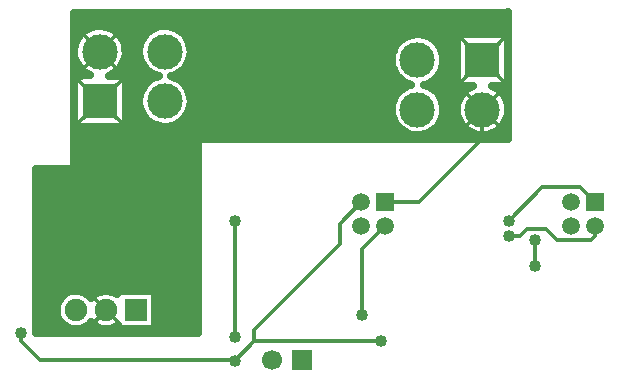
<source format=gbr>
G04 DipTrace Beta 2.9.0.1*
G04 Bottom.gbr*
%MOIN*%
G04 #@! TF.FileFunction,Copper,L2,Bot*
G04 #@! TF.Part,Single*
G04 #@! TA.AperFunction,CopperBalancing*
%ADD13C,0.012992*%
%ADD15C,0.025*%
G04 #@! TA.AperFunction,ComponentPad*
%ADD19R,0.059055X0.059055*%
%ADD20C,0.059055*%
%ADD22R,0.11811X0.11811*%
%ADD23C,0.11811*%
%ADD24R,0.066929X0.066929*%
%ADD25C,0.066929*%
%ADD29R,0.074803X0.074803*%
%ADD30C,0.074803*%
G04 #@! TA.AperFunction,ViaPad*
%ADD31C,0.04*%
%FSLAX26Y26*%
G04*
G70*
G90*
G75*
G01*
G04 Bottom*
%LPD*%
X2356500Y919000D2*
D13*
X2469000Y1031500D1*
X2594000D1*
X2644000Y981500D1*
X856500Y831500D2*
X831500D1*
X1131500Y894000D2*
X1156500Y869000D1*
Y844000D1*
X1944000Y981500D2*
X2056500D1*
X2269000Y1194000D1*
Y1291146D1*
X1444000Y919000D2*
Y532000D1*
X2356500Y869000D2*
X2394000D1*
X2419000Y894000D1*
X2481500D1*
X2519000Y856500D1*
X2631500D1*
X2644000Y869000D1*
Y902760D1*
X1869000Y606500D2*
Y827760D1*
X1944000Y902760D1*
X2444000Y769000D2*
Y856500D1*
X730000Y547000D2*
Y520500D1*
X794000Y456500D1*
X1441500D1*
X1444000Y454000D1*
X1931500Y519000D2*
X1509000D1*
X1444000Y454000D1*
X1441500D1*
X1506500Y519000D1*
Y556500D1*
X1794000Y844000D1*
Y910240D1*
X1865260Y981500D1*
D31*
X856500Y831500D3*
X1131500Y894000D3*
X1869000Y606500D3*
X1931500Y519000D3*
X1444000Y454000D3*
X730000Y547000D3*
X2444000Y856500D3*
X1444000Y919000D3*
X2444000Y769000D3*
X2356500Y919000D3*
Y869000D3*
X1444000Y532000D3*
X910196Y1589631D2*
D15*
X2352852D1*
X910196Y1564762D2*
X962227D1*
X1025820D2*
X1179024D1*
X1242227D2*
X2352852D1*
X910196Y1539894D2*
X926512D1*
X1061757D2*
X1143085D1*
X1278164D2*
X2030976D1*
X2073867D2*
X2180976D1*
X1076211Y1515025D2*
X1128243D1*
X1293008D2*
X1987617D1*
X2117227D2*
X2180976D1*
X1081680Y1490156D2*
X1122773D1*
X1298476D2*
X1971211D1*
X2133633D2*
X2180976D1*
X1079727Y1465287D2*
X1124727D1*
X1296524D2*
X1964961D1*
X2139883D2*
X2180976D1*
X910196Y1440419D2*
X917986D1*
X1069961D2*
X1134492D1*
X1286367D2*
X1966133D1*
X2139101D2*
X2180976D1*
X910196Y1415550D2*
X940743D1*
X1047304D2*
X1157148D1*
X1263711D2*
X1974727D1*
X2130117D2*
X2180976D1*
X1082071Y1390681D2*
X1161445D1*
X1259804D2*
X1995429D1*
X2109804D2*
X2180976D1*
X1082071Y1365812D2*
X1136445D1*
X1284804D2*
X2008320D1*
X2096524D2*
X2224727D1*
X2313320D2*
X2352852D1*
X1082071Y1340944D2*
X1125508D1*
X1295743D2*
X1980585D1*
X2124648D2*
X2196992D1*
X2341055D2*
X2352928D1*
X1082071Y1316075D2*
X1122383D1*
X1298476D2*
X1968085D1*
X2136757D2*
X2184492D1*
X1082071Y1291206D2*
X1127071D1*
X1293789D2*
X1964571D1*
X2140664D2*
X2180976D1*
X1082071Y1266337D2*
X1140743D1*
X1280508D2*
X1968085D1*
X2136757D2*
X2184492D1*
X1082071Y1241469D2*
X1171992D1*
X1249257D2*
X1980196D1*
X2124648D2*
X2196992D1*
X2341055D2*
X2352928D1*
X910196Y1216600D2*
X2007929D1*
X2096915D2*
X2224727D1*
X2313320D2*
X2352852D1*
X910953Y1404547D2*
X961698Y1405139D1*
X948375Y1411990D1*
X936451Y1421058D1*
X926291Y1432067D1*
X918209Y1444680D1*
X912450Y1458510D1*
X909192Y1473133D1*
X908534Y1488098D1*
X910499Y1502950D1*
X915022Y1517231D1*
X921969Y1530504D1*
X931123Y1542362D1*
X942207Y1552441D1*
X954879Y1560432D1*
X968749Y1566091D1*
X983395Y1569241D1*
X998366Y1569790D1*
X1013203Y1567718D1*
X1027451Y1563091D1*
X1040673Y1556047D1*
X1052465Y1546807D1*
X1062462Y1535650D1*
X1070361Y1522921D1*
X1075917Y1509009D1*
X1078962Y1494341D1*
X1079402Y1479357D1*
X1077220Y1464535D1*
X1072487Y1450323D1*
X1065346Y1437152D1*
X1056018Y1425430D1*
X1044789Y1415516D1*
X1032001Y1407711D1*
X1024778Y1404541D1*
X1079547Y1404547D1*
Y1233453D1*
X908453D1*
Y1404547D1*
X910953D1*
X1295171Y1471899D2*
X1292455Y1459709D1*
X1287995Y1448043D1*
X1281882Y1437152D1*
X1274249Y1427268D1*
X1265259Y1418600D1*
X1255102Y1411332D1*
X1243995Y1405622D1*
X1232545Y1401715D1*
X1243987Y1397736D1*
X1255094Y1392026D1*
X1265252Y1384761D1*
X1274243Y1376093D1*
X1281877Y1366209D1*
X1287991Y1355319D1*
X1292453Y1343655D1*
X1295169Y1331465D1*
X1296083Y1319000D1*
X1295171Y1306545D1*
X1292455Y1294354D1*
X1287995Y1282689D1*
X1281882Y1271798D1*
X1274249Y1261913D1*
X1265259Y1253245D1*
X1255102Y1245978D1*
X1243995Y1240268D1*
X1232175Y1236235D1*
X1219894Y1233966D1*
X1207413Y1233509D1*
X1195000Y1234875D1*
X1182916Y1238034D1*
X1171423Y1242917D1*
X1160761Y1249424D1*
X1151161Y1257412D1*
X1142827Y1266713D1*
X1135936Y1277129D1*
X1130634Y1288436D1*
X1127035Y1300395D1*
X1125217Y1312751D1*
Y1325240D1*
X1127034Y1337596D1*
X1130631Y1349555D1*
X1135932Y1360864D1*
X1142822Y1371280D1*
X1151155Y1380581D1*
X1160755Y1388571D1*
X1171415Y1395077D1*
X1182908Y1399963D1*
X1189327Y1401642D1*
X1171423Y1408272D1*
X1160761Y1414778D1*
X1151161Y1422766D1*
X1142827Y1432067D1*
X1135936Y1442483D1*
X1130634Y1453790D1*
X1127035Y1465749D1*
X1125217Y1478105D1*
Y1490594D1*
X1127034Y1502950D1*
X1130631Y1514909D1*
X1135932Y1526218D1*
X1142822Y1536634D1*
X1151155Y1545936D1*
X1160755Y1553925D1*
X1171415Y1560432D1*
X1182908Y1565318D1*
X1194991Y1568478D1*
X1207404Y1569844D1*
X1219885Y1569390D1*
X1232167Y1567122D1*
X1243987Y1563091D1*
X1255094Y1557381D1*
X1265252Y1550115D1*
X1274243Y1541448D1*
X1281877Y1531563D1*
X1287991Y1520673D1*
X1292453Y1509009D1*
X1295169Y1496819D1*
X1296083Y1484354D1*
X1295171Y1471899D1*
X2185953Y1542047D2*
X2354547D1*
Y1370953D1*
X2300136Y1370825D1*
X2313559Y1364172D1*
X2325614Y1355280D1*
X2335934Y1344420D1*
X2344201Y1331927D1*
X2350163Y1318184D1*
X2353634Y1303610D1*
X2354510Y1288646D1*
X2352764Y1273768D1*
X2348448Y1259421D1*
X2341696Y1246049D1*
X2332714Y1234059D1*
X2321778Y1223820D1*
X2309224Y1215646D1*
X2295437Y1209786D1*
X2280839Y1206421D1*
X2265878Y1205655D1*
X2251013Y1207510D1*
X2236698Y1211930D1*
X2223375Y1218781D1*
X2211451Y1227849D1*
X2201291Y1238858D1*
X2193209Y1251471D1*
X2187450Y1265302D1*
X2184192Y1279924D1*
X2183534Y1294890D1*
X2185499Y1309741D1*
X2190022Y1324022D1*
X2196969Y1337295D1*
X2206123Y1349154D1*
X2217207Y1359232D1*
X2229879Y1367223D1*
X2238218Y1370954D1*
X2183453Y1370953D1*
Y1542047D1*
X2185953D1*
X2137100Y1278690D2*
X2134385Y1266500D1*
X2129924Y1254835D1*
X2123811Y1243944D1*
X2116178Y1234059D1*
X2107188Y1225391D1*
X2097031Y1218123D1*
X2085924Y1212413D1*
X2074104Y1208381D1*
X2061823Y1206112D1*
X2049343Y1205655D1*
X2036929Y1207021D1*
X2024845Y1210180D1*
X2013352Y1215063D1*
X2002690Y1221570D1*
X1993091Y1229558D1*
X1984756Y1238858D1*
X1977865Y1249274D1*
X1972563Y1260581D1*
X1968965Y1272541D1*
X1967146Y1284896D1*
Y1297386D1*
X1968963Y1309741D1*
X1972560Y1321701D1*
X1977861Y1333009D1*
X1984751Y1343425D1*
X1993084Y1352727D1*
X2002684Y1360717D1*
X2013344Y1367223D1*
X2024837Y1372109D1*
X2031256Y1373787D1*
X2013352Y1380417D1*
X2002690Y1386924D1*
X1993091Y1394912D1*
X1984756Y1404213D1*
X1977865Y1414629D1*
X1972563Y1425936D1*
X1968965Y1437895D1*
X1967146Y1450251D1*
Y1462740D1*
X1968963Y1475096D1*
X1972560Y1487055D1*
X1977861Y1498364D1*
X1984751Y1508780D1*
X1993084Y1518081D1*
X2002684Y1526071D1*
X2013344Y1532577D1*
X2024837Y1537463D1*
X2036920Y1540623D1*
X2049333Y1541990D1*
X2061814Y1541535D1*
X2074096Y1539268D1*
X2085916Y1535236D1*
X2097024Y1529526D1*
X2107181Y1522261D1*
X2116172Y1513593D1*
X2123806Y1503709D1*
X2129920Y1492819D1*
X2134382Y1481155D1*
X2137098Y1468965D1*
X2138012Y1456500D1*
X2137100Y1444045D1*
X2134385Y1431854D1*
X2129924Y1420189D1*
X2123811Y1409298D1*
X2116178Y1399413D1*
X2107188Y1390745D1*
X2097031Y1383478D1*
X2085924Y1377768D1*
X2074474Y1373861D1*
X2085916Y1369882D1*
X2097024Y1364172D1*
X2107181Y1356907D1*
X2116172Y1348239D1*
X2123806Y1338354D1*
X2129920Y1327465D1*
X2134382Y1315801D1*
X2137098Y1303610D1*
X2138012Y1291146D1*
X2137100Y1278690D1*
X2355109Y1614500D2*
X907453D1*
X907500Y1192235D1*
X1095000Y1192500D1*
X2355547D1*
X2355500Y1614765D1*
X908487Y1404513D2*
D13*
X1079513Y1233487D1*
Y1404513D2*
X908487Y1233487D1*
X933543Y1544811D2*
X1054457Y1423898D1*
Y1544811D2*
X933543Y1423898D1*
X2183487Y1542013D2*
X2354513Y1370987D1*
Y1542013D2*
X2183487Y1370987D1*
X2208543Y1351602D2*
X2329457Y1230689D1*
Y1351602D2*
X2208543Y1230689D1*
X909585Y1208631D2*
D15*
X1317867D1*
X909585Y1183762D2*
X1317867D1*
X909196Y1158894D2*
X1317867D1*
X909196Y1134025D2*
X1317867D1*
X909196Y1109156D2*
X1317867D1*
X784196Y1084287D2*
X1317867D1*
X784196Y1059419D2*
X1317867D1*
X784196Y1034550D2*
X1317867D1*
X784196Y1009681D2*
X1317867D1*
X784196Y984812D2*
X1317867D1*
X784196Y959944D2*
X1317867D1*
X784196Y935075D2*
X1317867D1*
X784196Y910206D2*
X1317867D1*
X784196Y885337D2*
X1317867D1*
X784196Y860469D2*
X1317867D1*
X784196Y835600D2*
X1317867D1*
X784196Y810731D2*
X1317867D1*
X784196Y785862D2*
X1317867D1*
X784196Y760993D2*
X1317867D1*
X784196Y736125D2*
X1317867D1*
X784196Y711256D2*
X1317867D1*
X784196Y686387D2*
X906148D1*
X922932D2*
X1006148D1*
X1022932D2*
X1047945D1*
X1181071D2*
X1317867D1*
X784196Y661518D2*
X861227D1*
X1181071D2*
X1317867D1*
X784196Y636650D2*
X849508D1*
X1181071D2*
X1317867D1*
X784196Y611781D2*
X849117D1*
X1181071D2*
X1317867D1*
X784196Y586912D2*
X859273D1*
X1181071D2*
X1317867D1*
X784196Y562043D2*
X892085D1*
X936929D2*
X992085D1*
X1036929D2*
X1048138D1*
X1181071D2*
X1317867D1*
X1063106Y686643D2*
X1178394D1*
Y558856D1*
X1050606D1*
X1050186Y569751D1*
X1039203Y563824D1*
X1027277Y560146D1*
X1014864Y558857D1*
X1002437Y560005D1*
X990470Y563547D1*
X979420Y569348D1*
X969709Y577185D1*
X964537Y582930D1*
X959808Y577698D1*
X950186Y569751D1*
X939203Y563824D1*
X927277Y560146D1*
X914864Y558857D1*
X902437Y560005D1*
X890470Y563547D1*
X879420Y569348D1*
X869709Y577185D1*
X861705Y586761D1*
X855717Y597711D1*
X851971Y609615D1*
X850610Y622021D1*
X851688Y634455D1*
X855161Y646442D1*
X860899Y657525D1*
X868681Y667281D1*
X878213Y675339D1*
X889127Y681390D1*
X901010Y685203D1*
X913408Y686634D1*
X925848Y685627D1*
X937854Y682222D1*
X948970Y676547D1*
X958770Y668820D1*
X964093Y662597D1*
X974213Y672340D1*
X984621Y679226D1*
X996169Y683957D1*
X1008417Y686353D1*
X1020898Y686322D1*
X1033134Y683866D1*
X1044659Y679077D1*
X1050593Y675462D1*
X1050606Y686643D1*
X1063106D1*
X881500Y1094000D2*
X781891D1*
X781500Y1006500D1*
Y547516D1*
X1320172Y547500D1*
X1320500Y660000D1*
Y1233047D1*
X1233088Y1232815D1*
X907408Y1230408D1*
X906500Y1106408D1*
X900303Y1095908D1*
X894000Y1094000D1*
X881500D1*
X969354Y667895D2*
D13*
X1059646Y577604D1*
X1014500Y622749D2*
X969354Y577604D1*
D19*
X2644000Y981500D3*
D20*
X2565260D3*
Y902760D3*
X2644000D3*
D19*
X1944000Y981500D3*
D20*
X1865260D3*
Y902760D3*
X1944000D3*
D22*
X994000Y1319000D3*
D23*
Y1484354D3*
X1210535D3*
Y1319000D3*
D22*
X2269000Y1456500D3*
D23*
Y1291146D3*
X2052465D3*
Y1456500D3*
D24*
X1669000Y456500D3*
D25*
X1569000D3*
D29*
X1114500Y622749D3*
D30*
X1014500D3*
X914500D3*
M02*

</source>
